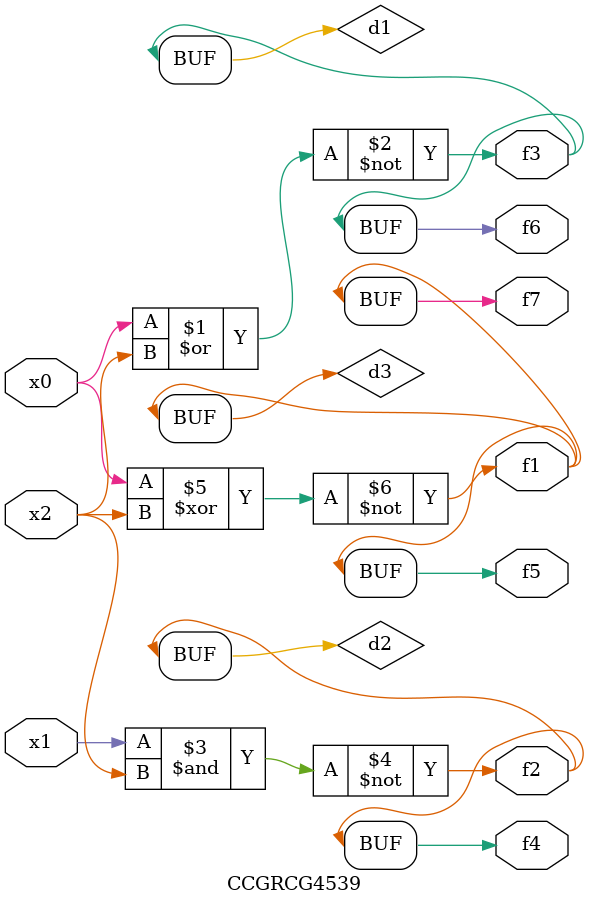
<source format=v>
module CCGRCG4539(
	input x0, x1, x2,
	output f1, f2, f3, f4, f5, f6, f7
);

	wire d1, d2, d3;

	nor (d1, x0, x2);
	nand (d2, x1, x2);
	xnor (d3, x0, x2);
	assign f1 = d3;
	assign f2 = d2;
	assign f3 = d1;
	assign f4 = d2;
	assign f5 = d3;
	assign f6 = d1;
	assign f7 = d3;
endmodule

</source>
